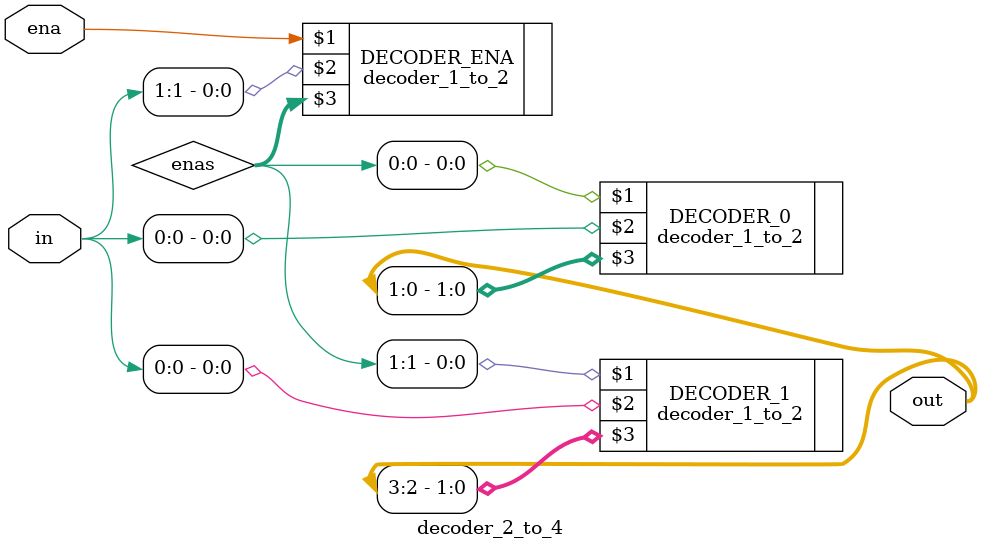
<source format=sv>
`timescale 1ns/1ps
module decoder_2_to_4(ena, in, out);

input wire ena;
input wire [1:0] in;
output logic [3:0] out;

wire [1:0] enas;
decoder_1_to_2 DECODER_ENA(ena, in[1], enas);
decoder_1_to_2 DECODER_0(enas[0], in[0], out[1:0]);
decoder_1_to_2 DECODER_1(enas[1], in[0], out[3:2]);

endmodule
</source>
